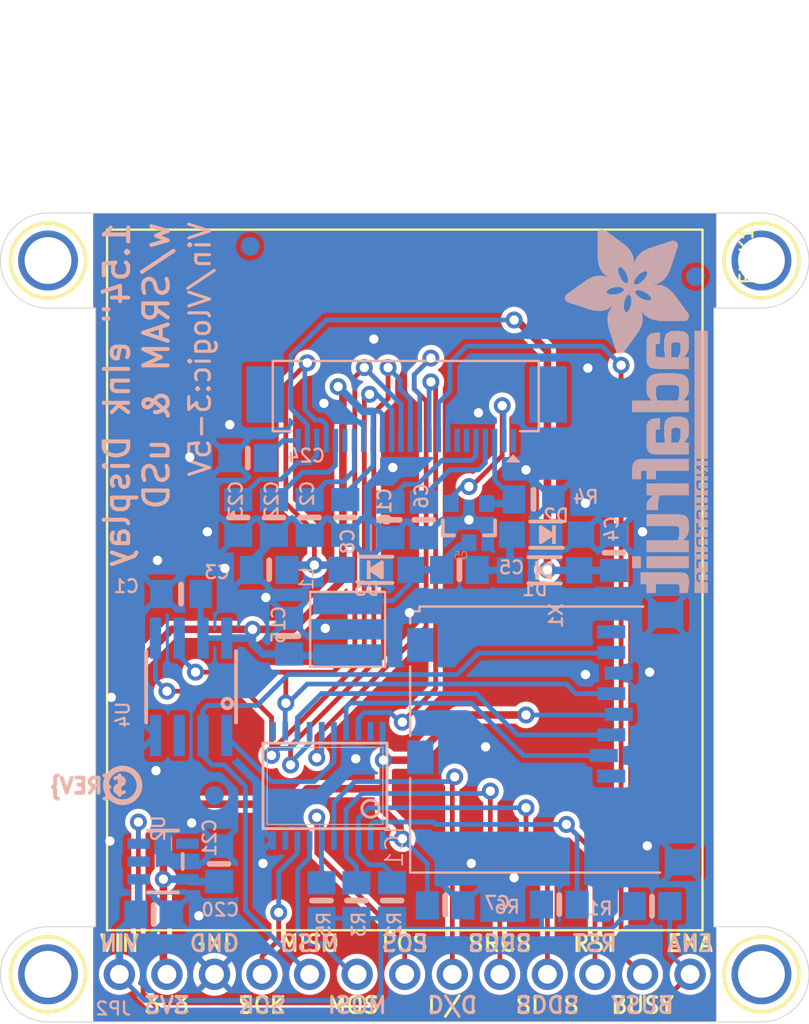
<source format=kicad_pcb>
(kicad_pcb (version 20221018) (generator pcbnew)
  (layers (0 "F.Cu" signal) (31 "B.Cu" signal) (34 "B.Paste" user) (35 "F.Paste" user) (36 "B.SilkS" user "B.Silkscreen") (37 "F.SilkS" user "F.Silkscreen") (38 "B.Mask" user) (39 "F.Mask" user) (44 "Edge.Cuts" user))
  (net 0 "")
  (net 1 "GND")
  (net 2 "3.3V")
  (net 3 "VGH")
  (net 4 "VGL")
  (net 5 "VIN")
  (net 6 "SCLK_3V")
  (net 7 "MOSI_3V")
  (net 8 "DISPCS_3V")
  (net 9 "SRAMCS_3V")
  (net 10 "RESET_3V")
  (net 11 "MISO")
  (net 12 "BUSY")
  (net 13 "RESET")
  (net 14 "SCLK")
  (net 15 "DISPCS")
  (net 16 "SRAMCS")
  (net 17 "SDCS_3V")
  (net 18 "SDCS")
  (net 19 "GDR")
  (net 20 "RESE")
  (net 21 "N$4")
  (net 22 "N$5")
  (net 23 "N$6")
  (net 24 "N$27")
  (net 25 "N$33")
  (net 26 "DC_3V")
  (net 27 "N$2")
  (net 28 "N$3")
  (net 29 "DC")
  (net 30 "MOSI")
  (net 31 "TSCL")
  (net 32 "TSDA")
  (net 33 "ENABLE")
  (net 34 "N$9")
  (footprint "working:MOUNTINGHOLE_2.5_PLATED" (layer "F.Cu") (at 167.5511 85.9536)
    (fp_text reference "U$6" hide)
    (fp_text value "MOUNTINGHOLE2.5" hide)
  )
  (footprint "working:EINK_154IN" (layer "F.Cu") (at 162.3041 92.0026 -90)
    (fp_text reference "EINK1")
    (fp_text value "EINK_EPD0231EINK_154IN_200X200")
  )
  (footprint "working:MOUNTINGHOLE_2.5_PLATED" (layer "F.Cu") (at 129.4511 124.0536)
    (fp_text reference "U$3" hide)
    (fp_text value "MOUNTINGHOLE2.5" hide)
  )
  (footprint "working:MOUNTINGHOLE_2.5_PLATED" (layer "F.Cu") (at 167.5511 124.0536)
    (fp_text reference "U$4" hide)
    (fp_text value "MOUNTINGHOLE2.5" hide)
  )
  (footprint "working:MOUNTINGHOLE_2.5_PLATED" (layer "F.Cu") (at 129.4511 85.9536)
    (fp_text reference "U$5" hide)
    (fp_text value "MOUNTINGHOLE2.5" hide)
  )
  (footprint "working:MICROSD" (layer "B.Cu") (at 148.8911 104.4732 -90)
    (fp_text reference "X1")
    (fp_text value "MICROSD")
  )
  (footprint "working:0805-NO" (layer "B.Cu") (at 147.8261 120.1166 -90)
    (fp_text reference "R2")
    (fp_text value "100K")
  )
  (footprint "working:0805-NO" (layer "B.Cu") (at 140.1191 96.4946)
    (fp_text reference "C24")
    (fp_text value "1uF/6V")
  )
  (footprint "working:0805-NO" (layer "B.Cu") (at 147.7391 99.7966 90)
    (fp_text reference "C16")
    (fp_text value "1uF/25V")
  )
  (footprint "working:0805-NO" (layer "B.Cu") (at 161.7091 120.4176 180)
    (fp_text reference "R1")
    (fp_text value "100K")
  )
  (footprint "working:0805-NO" (layer "B.Cu") (at 141.5161 99.6696 90)
    (fp_text reference "C22")
    (fp_text value "1uF/25V")
  )
  (footprint "working:SOD-123" (layer "B.Cu") (at 156.0703 100.584 180)
    (fp_text reference "D2")
    (fp_text value "MBR0530")
  )
  (footprint "working:SOIC8_150MIL" (layer "B.Cu") (at 137.0921 108.7066 180)
    (fp_text reference "U4")
    (fp_text value "23K640-I/SN")
  )
  (footprint "working:ADAFRUIT_TEXT_20MM" (layer "B.Cu") (at 164.6751 84.1286 -90)
    (fp_text reference "U$28" hide)
    (fp_text value "" hide)
  )
  (footprint "working:FIDUCIAL_1MM" (layer "B.Cu") (at 164.0271 86.8106 180)
    (fp_text reference "FID1" hide)
    (fp_text value "FIDUCIAL_1MM" hide)
  )
  (footprint "working:INDUCTOR_4X4MM_NR401" (layer "B.Cu") (at 145.4531 105.6386 -90)
    (fp_text reference "L1")
    (fp_text value "10uH")
  )
  (footprint "working:0805-NO" (layer "B.Cu") (at 149.5171 99.7966 90)
    (fp_text reference "C6")
    (fp_text value "1uF/10V")
  )
  (footprint "working:0805-NO" (layer "B.Cu") (at 143.4211 99.6696 90)
    (fp_text reference "C2")
    (fp_text value "1uF/10V")
  )
  (footprint "working:PCBFEAT-REV-040" (layer "B.Cu") (at 133.4371 113.9676 180)
    (fp_text reference "U$9" hide)
    (fp_text value "" hide)
  )
  (footprint "working:SOT23-5" (layer "B.Cu") (at 135.5931 118.0326 90)
    (fp_text reference "U2")
    (fp_text value "MIC5225-3.3")
  )
  (footprint "working:0805-NO" (layer "B.Cu") (at 141.2621 102.4636 180)
    (fp_text reference "C3")
    (fp_text value "1uF/25V")
  )
  (footprint "working:TSSOP20" (layer "B.Cu") (at 144.2447 113.9952 180)
    (fp_text reference "IC1")
    (fp_text value "74LVC245PW")
  )
  (footprint "working:0805-NO" (layer "B.Cu") (at 144.0561 120.1166 -90)
    (fp_text reference "R5")
    (fp_text value "100K")
  )
  (footprint "working:SOT23-3" (layer "B.Cu") (at 151.9301 99.9236)
    (fp_text reference "Q5")
    (fp_text value "IRLML0100")
  )
  (footprint "working:0805-NO" (layer "B.Cu") (at 142.3249 106.0078 -90)
    (fp_text reference "C15")
    (fp_text value "10uF/10V+")
  )
  (footprint "working:FIDUCIAL_1MM" (layer "B.Cu") (at 138.3321 114.5166 90)
    (fp_text reference "FID2" hide)
    (fp_text value "FIDUCIAL_1MM" hide)
  )
  (footprint "working:0805-NO" (layer "B.Cu") (at 150.6601 120.3706)
    (fp_text reference "C7")
    (fp_text value "1uF")
  )
  (footprint "working:0805-NO" (layer "B.Cu") (at 135.0911 120.8616)
    (fp_text reference "C20")
    (fp_text value "10µF")
  )
  (footprint "working:0805-NO" (layer "B.Cu") (at 159.6771 101.5492 90)
    (fp_text reference "C4")
    (fp_text value "1uF/25V")
  )
  (footprint "working:0805-NO" (layer "B.Cu") (at 151.4221 102.4636)
    (fp_text reference "C5")
    (fp_text value "4.7uF/25V")
  )
  (footprint "working:0805-NO" (layer "B.Cu") (at 145.3261 99.6696 -90)
    (fp_text reference "C8")
    (fp_text value "1uF")
  )
  (footprint "working:SOD-123" (layer "B.Cu") (at 146.9771 102.4636)
    (fp_text reference "D3")
    (fp_text value "MBR0530")
  )
  (footprint "working:0805-NO" (layer "B.Cu") (at 139.6111 99.6696 90)
    (fp_text reference "C23")
    (fp_text value "1uF/25V")
  )
  (footprint "working:0805-NO" (layer "B.Cu") (at 138.5851 118.1596 90)
    (fp_text reference "C21")
    (fp_text value "10µF")
  )
  (footprint "working:0805-NO" (layer "B.Cu") (at 145.9211 120.1166 -90)
    (fp_text reference "R3")
    (fp_text value "100K")
  )
  (footprint "working:0805-NO" (layer "B.Cu") (at 156.7561 120.3306 180)
    (fp_text reference "R6")
    (fp_text value "100K")
  )
  (footprint "working:FIDUCIAL_1MM" (layer "B.Cu") (at 140.2461 85.1916 180)
    (fp_text reference "FID3" hide)
    (fp_text value "FIDUCIAL_1MM" hide)
  )
  (footprint "working:0805_10MGAP" (layer "B.Cu") (at 155.3845 98.7044)
    (fp_text reference "R4")
    (fp_text value "0.47ohm")
  )
  (footprint "working:0805_10MGAP" (layer "B.Cu") (at 136.5539 103.7602 180)
    (fp_text reference "C1")
    (fp_text value "1uF")
  )
  (footprint "working:1X13_ROUND_70" (layer "B.Cu") (at 148.5011 124.0536)
    (fp_text reference "JP2")
    (fp_text value "")
  )
  (footprint "working:SOD-123" (layer "B.Cu") (at 155.9687 102.489)
    (fp_text reference "D1")
    (fp_text value "MBR0530")
  )
  (gr_line (start 131.9911 121.5136) (end 129.4511 121.5136) (stroke (width 0.05)) (layer "Edge.Cuts"))
  (gr_arc (start 126.911101 124.053601) (mid 127.655049 122.257549) (end 129.4511 121.5136) (stroke (width 0.05)) (layer "Edge.Cuts"))
  (gr_arc (start 170.0911 85.9536) (mid 169.347151 87.749651) (end 167.5511 88.4936) (stroke (width 0.05)) (layer "Edge.Cuts"))
  (gr_arc (start 170.0911 124.0536) (mid 169.347151 125.849651) (end 167.5511 126.5936) (stroke (width 0.05)) (layer "Edge.Cuts"))
  (gr_arc (start 126.9111 85.9536) (mid 127.655049 84.157548) (end 129.451101 83.413599) (stroke (width 0.05)) (layer "Edge.Cuts"))
  (gr_arc (start 129.4511 126.5936) (mid 127.655049 125.849651) (end 126.911101 124.053599) (stroke (width 0.05)) (layer "Edge.Cuts"))
  (gr_line (start 129.4511 83.4136) (end 167.5511 83.4136) (stroke (width 0.05)) (layer "Edge.Cuts"))
  (gr_line (start 167.5511 126.5936) (end 129.4511 126.5936) (stroke (width 0.05)) (layer "Edge.Cuts"))
  (gr_line (start 167.5511 121.5136) (end 165.0111 121.5136) (stroke (width 0.05)) (layer "Edge.Cuts"))
  (gr_arc (start 129.4511 88.4936) (mid 127.655049 87.749651) (end 126.911101 85.953599) (stroke (width 0.05)) (layer "Edge.Cuts"))
  (gr_line (start 167.5511 88.4936) (end 165.0111 88.4936) (stroke (width 0.05)) (layer "Edge.Cuts"))
  (gr_arc (start 167.5511 121.5136) (mid 169.347151 122.257549) (end 170.0911 124.0536) (stroke (width 0.05)) (layer "Edge.Cuts"))
  (gr_line (start 131.9911 88.4936) (end 131.9911 121.5136) (stroke (width 0.05)) (layer "Edge.Cuts"))
  (gr_arc (start 167.5511 83.4136) (mid 169.347151 84.157549) (end 170.0911 85.9536) (stroke (width 0.05)) (layer "Edge.Cuts"))
  (gr_line (start 165.0111 121.5136) (end 165.0111 88.4936) (stroke (width 0.05)) (layer "Edge.Cuts"))
  (gr_line (start 131.9911 88.4936) (end 129.4511 88.4936) (stroke (width 0.05)) (layer "Edge.Cuts"))
  (gr_text "VIN" (at 133.2611 122.4026) (layer "B.SilkS") (effects (font (size 0.8636 0.8636) (thickness 0.1524)) (justify mirror)))
  (gr_text "RST" (at 158.6611 122.4026) (layer "B.SilkS") (effects (font (size 0.8636 0.8636) (thickness 0.1524)) (justify mirror)))
  (gr_text "MOSI" (at 145.9611 125.7046) (layer "B.SilkS") (effects (font (size 0.8636 0.8636) (thickness 0.1524)) (justify mirror)))
  (gr_text "SDCS" (at 156.1211 125.7046) (layer "B.SilkS") (effects (font (size 0.8636 0.8636) (thickness 0.1524)) (justify mirror)))
  (gr_text "ECS" (at 148.5011 122.4026) (layer "B.SilkS") (effects (font (size 0.8636 0.8636) (thickness 0.1524)) (justify mirror)))
  (gr_text "MISO" (at 143.4211 122.4026) (layer "B.SilkS") (effects (font (size 0.8636 0.8636) (thickness 0.1524)) (justify mirror)))
  (gr_text "SCK" (at 140.8811 125.7046) (layer "B.SilkS") (effects (font (size 0.8636 0.8636) (thickness 0.1524)) (justify mirror)))
  (gr_text "BUSY" (at 161.2011 125.7046) (layer "B.SilkS") (effects (font (size 0.8636 0.8636) (thickness 0.1524)) (justify mirror)))
  (gr_text "1.54\" eInk Display\nw/SRAM & uSD" (at 132.3721 83.7946 -270) (layer "B.SilkS") (effects (font (size 1.31064 1.31064) (thickness 0.21336)) (justify left top mirror)))
  (gr_text "GND" (at 138.3411 122.4026) (layer "B.SilkS") (effects (font (size 0.8636 0.8636) (thickness 0.1524)) (justify mirror)))
  (gr_text "3V3" (at 135.8011 125.7046) (layer "B.SilkS") (effects (font (size 0.8636 0.8636) (thickness 0.1524)) (justify mirror)))
  (gr_text "ENA" (at 163.7411 122.4026) (layer "B.SilkS") (effects (font (size 0.8636 0.8636) (thickness 0.1524)) (justify mirror)))
  (gr_text "D/C" (at 151.0411 125.7046) (layer "B.SilkS") (effects (font (size 0.8636 0.8636) (thickness 0.1524)) (justify mirror)))
  (gr_text "SRCS" (at 153.5811 122.4026) (layer "B.SilkS") (effects (font (size 0.8636 0.8636) (thickness 0.1524)) (justify mirror)))
  (gr_text "Vin/Vlogic:3-5V" (at 138.2141 83.7946 -270) (layer "B.SilkS") (effects (font (size 1.1049 1.1049) (thickness 0.1651)) (justify left bottom mirror)))
  (gr_text "BUSY" (at 161.2011 125.7046) (layer "F.SilkS") (effects (font (size 0.8636 0.8636) (thickness 0.1524))))
  (gr_text "SRCS" (at 153.5811 122.4026) (layer "F.SilkS") (effects (font (size 0.8636 0.8636) (thickness 0.1524))))
  (gr_text "3V3" (at 135.8011 125.7046) (layer "F.SilkS") (effects (font (size 0.8636 0.8636) (thickness 0.1524))))
  (gr_text "VIN" (at 133.2611 122.4026) (layer "F.SilkS") (effects (font (size 0.8636 0.8636) (thickness 0.1524))))
  (gr_text "SDCS" (at 156.1211 125.7046) (layer "F.SilkS") (effects (font (size 0.8636 0.8636) (thickness 0.1524))))
  (gr_text "ECS" (at 148.5011 122.4026) (layer "F.SilkS") (effects (font (size 0.8636 0.8636) (thickness 0.1524))))
  (gr_text "RST" (at 158.6611 122.4026) (layer "F.SilkS") (effects (font (size 0.8636 0.8636) (thickness 0.1524))))
  (gr_text "MOSI" (at 145.9611 125.7046) (layer "F.SilkS") (effects (font (size 0.8636 0.8636) (thickness 0.1524))))
  (gr_text "ENA" (at 163.7411 122.4026) (layer "F.SilkS") (effects (font (size 0.8636 0.8636) (thickness 0.1524))))
  (gr_text "GND" (at 138.3411 122.4026) (layer "F.SilkS") (effects (font (size 0.8636 0.8636) (thickness 0.1524))))
  (gr_text "SCK" (at 140.8811 125.7046) (layer "F.SilkS") (effects (font (size 0.8636 0.8636) (thickness 0.1524))))
  (gr_text "D/C" (at 151.0411 125.7046) (layer "F.SilkS") (effects (font (size 0.8636 0.8636) (thickness 0.1524))))
  (gr_text "MISO" (at 143.4211 122.4026) (layer "F.SilkS") (effects (font (size 0.8636 0.8636) (thickness 0.1524))))
  (via (at 137.9601 100.4316) (size 0.9064) (drill 0.5) (layers "F.Cu" "B.Cu") (net 1))
  (via (at 152.4381 94.0816) (size 0.9064) (drill 0.5) (layers "F.Cu" "B.Cu") (net 1))
  (via (at 138.8999 102.3874) (size 0.9064) (drill 0.5) (layers "F.Cu" "B.Cu") (net 1))
  (via (at 141.0843 103.9368) (size 0.9064) (drill 0.5) (layers "F.Cu" "B.Cu") (net 1))
  (via (at 154.9781 97.1296) (size 0.9064) (drill 0.5) (layers "F.Cu" "B.Cu") (net 1))
  (via (at 158.1531 108.0516) (size 0.9064) (drill 0.5) (layers "F.Cu" "B.Cu") (net 1))
  (via (at 161.5821 107.9246) (size 0.9064) (drill 0.5) (layers "F.Cu" "B.Cu") (net 1))
  (via (at 146.8501 90.1446) (size 0.9064) (drill 0.5) (layers "F.Cu" "B.Cu") (net 1))
  (via (at 135.2169 113.1824) (size 0.9064) (drill 0.5) (layers "F.Cu" "B.Cu") (net 1))
  (via (at 154.3431 118.8974) (size 0.9064) (drill 0.5) (layers "F.Cu" "B.Cu") (net 1))
  (via (at 132.8293 109.2708) (size 0.9064) (drill 0.5) (layers "F.Cu" "B.Cu") (net 1))
  (via (at 145.8849 112.5474) (size 0.9064) (drill 0.5) (layers "F.Cu" "B.Cu") (net 1))
  (via (at 148.7551 104.7496) (size 0.9064) (drill 0.5) (layers "F.Cu" "B.Cu") (net 1))
  (via (at 151.9301 99.7966) (size 0.9064) (drill 0.5) (layers "F.Cu" "B.Cu") (net 1))
  (via (at 137.1219 115.9764) (size 0.9064) (drill 0.5) (layers "F.Cu" "B.Cu") (net 1))
  (via (at 144.2593 105.5878) (size 0.9064) (drill 0.5) (layers "F.Cu" "B.Cu") (net 1))
  (via (at 137.0203 96.4438) (size 0.9064) (drill 0.5) (layers "F.Cu" "B.Cu") (net 1))
  (via (at 144.1831 93.5736) (size 0.9064) (drill 0.5) (layers "F.Cu" "B.Cu") (net 1))
  (via (at 152.8191 111.9124) (size 0.9064) (drill 0.5) (layers "F.Cu" "B.Cu") (net 1))
  (via (at 147.8661 97.0026) (size 0.9064) (drill 0.5) (layers "F.Cu" "B.Cu") (net 1))
  (via (at 161.2011 100.4316) (size 0.9064) (drill 0.5) (layers "F.Cu" "B.Cu") (net 1))
  (via (at 152.0571 118.1354) (size 0.9064) (drill 0.5) (layers "F.Cu" "B.Cu") (net 1))
  (via (at 140.9319 118.1354) (size 0.9064) (drill 0.5) (layers "F.Cu" "B.Cu") (net 1))
  (via (at 137.5029 120.9294) (size 0.9064) (drill 0.5) (layers "F.Cu" "B.Cu") (net 1))
  (via (at 158.2801 91.694) (size 0.9064) (drill 0.5) (layers "F.Cu" "B.Cu") (net 1))
  (via (at 139.1539 94.7166) (size 0.9064) (drill 0.5) (layers "F.Cu" "B.Cu") (net 1))
  (via (at 132.7531 116.9416) (size 0.9064) (drill 0.5) (layers "F.Cu" "B.Cu") (net 1))
  (via (at 161.4551 117.1956) (size 0.9064) (drill 0.5) (layers "F.Cu" "B.Cu") (net 1))
  (via (at 135.2931 101.9556) (size 0.9064) (drill 0.5) (layers "F.Cu" "B.Cu") (net 1))
  (via (at 158.1531 98.9076) (size 0.9064) (drill 0.5) (layers "F.Cu" "B.Cu") (net 1))
  (segment (start 140.3121 102.4636) (end 140.3121 102.0166) (width 0.4064) (layer "B.Cu") (net 1))
  (segment (start 150.8041 94.5726) (end 151.1681 94.2086) (width 0.254) (layer "B.Cu") (net 1))
  (segment (start 146.3041 94.8056) (end 146.0881 94.5896) (width 0.254) (layer "B.Cu") (net 1))
  (segment (start 144.3101 93.5736) (end 144.1831 93.5736) (width 0.254) (layer "B.Cu") (net 1))
  (segment (start 150.8041 95.5626) (end 150.8041 94.5726) (width 0.254) (layer "B.Cu") (net 1))
  (segment (start 140.3121 102.0166) (end 141.1351 101.1936) (width 0.4064) (layer "B.Cu") (net 1))
  (segment (start 146.0881 94.5896) (end 145.3261 94.5896) (width 0.254) (layer "B.Cu") (net 1))
  (segment (start 145.3261 94.5896) (end 144.3101 93.5736) (width 0.254) (layer "B.Cu") (net 1))
  (segment (start 146.3041 95.5626) (end 146.3041 94.8056) (width 0.254) (layer "B.Cu") (net 1))
  (segment (start 141.1351 101.1936) (end 141.1351 100.8126) (width 0.4064) (layer "B.Cu") (net 1))
  (segment (start 151.2951 110.2106) (end 154.9781 110.2106) (width 0.4064) (layer "F.Cu") (net 2))
  (segment (start 142.5321 105.6386) (end 145.1991 102.9716) (width 0.4064) (layer "F.Cu") (net 2))
  (segment (start 147.3581 115.2906) (end 147.3581 114.1476) (width 0.4064) (layer "F.Cu") (net 2))
  (segment (start 145.1991 102.9716) (end 145.1991 92.9386) (width 0.4064) (layer "F.Cu") (net 2))
  (segment (start 147.3581 114.1476) (end 147.3581 112.6236) (width 0.4064) (layer "F.Cu") (net 2))
  (segment (start 135.6106 114.9731) (end 142.4686 114.9731) (width 0.4064) (layer "F.Cu") (net 2))
  (segment (start 136.0551 105.6386) (end 140.3731 105.6386) (width 0.4064) (layer "F.Cu") (net 2))
  (segment (start 142.4686 114.9731) (end 143.2941 114.1476) (width 0.4064) (layer "F.Cu") (net 2))
  (segment (start 135.6106 114.9731) (end 134.0231 113.3856) (width 0.4064) (layer "F.Cu") (net 2))
  (segment (start 148.2471 116.1796) (end 147.3581 115.2906) (width 0.4064) (layer "F.Cu") (net 2))
  (segment (start 143.2941 114.1476) (end 147.3581 114.1476) (width 0.4064) (layer "F.Cu") (net 2))
  (segment (start 140.3731 105.6386) (end 142.5321 105.6386) (width 0.4064) (layer "F.Cu") (net 2))
  (segment (start 135.6106 118.9736) (end 135.6106 114.9731) (width 0.4064) (layer "F.Cu") (net 2))
  (segment (start 148.8821 112.6236) (end 147.3581 112.6236) (width 0.4064) (layer "F.Cu") (net 2))
  (segment (start 148.2471 116.6876) (end 148.2471 116.1796) (width 0.4064) (layer "F.Cu") (net 2))
  (segment (start 134.0231 113.3856) (end 134.0231 107.6706) (width 0.4064) (layer "F.Cu") (net 2))
  (segment (start 145.1991 92.9386) (end 144.9451 92.6846) (width 0.4064) (layer "F.Cu") (net 2))
  (segment (start 148.3741 116.8146) (end 148.2471 116.6876) (width 0.4064) (layer "F.Cu") (net 2))
  (segment (start 151.2951 110.2106) (end 148.8821 112.6236) (width 0.4064) (layer "F.Cu") (net 2))
  (segment (start 135.6106 123.8631) (end 135.6106 118.9736) (width 0.4064) (layer "F.Cu") (net 2))
  (segment (start 134.0231 107.6706) (end 136.0551 105.6386) (width 0.4064) (layer "F.Cu") (net 2))
  (segment (start 135.8011 124.0536) (end 135.6106 123.8631) (width 0.4064) (layer "F.Cu") (net 2))
  (via (at 148.3741 116.8146) (size 0.9064) (drill 0.5) (layers "F.Cu" "B.Cu") (net 2))
  (via (at 147.3581 112.6236) (size 0.9064) (drill 0.5) (layers "F.Cu" "B.Cu") (net 2))
  (via (at 140.3731 105.6386) (size 0.9064) (drill 0.5) (layers "F.Cu" "B.Cu") (net 2))
  (via (at 135.6106 118.9736) (size 0.9064) (drill 0.5) (layers "F.Cu" "B.Cu") (net 2))
  (via (at 154.9781 110.2106) (size 0.9064) (drill 0.5) (layers "F.Cu" "B.Cu") (net 2))
  (via (at 144.9451 92.6846) (size 0.9064) (drill 0.5) (layers "F.Cu" "B.Cu") (net 2))
  (segment (start 144.9451 92.6496) (end 144.9451 92.6846) (width 0.4064) (layer "B.Cu") (net 2))
  (segment (start 149.7101 118.1506) (end 148.3741 116.8146) (width 0.254) (layer "B.Cu") (net 2))
  (segment (start 142.4057 107.0386) (end 142.3249 106.9578) (width 0.4064) (layer "B.Cu") (net 2))
  (segment (start 147.4181 116.8146) (end 148.3741 116.8146) (width 0.254) (layer "B.Cu") (net 2))
  (segment (start 146.8041 95.5626) (end 146.8041 96.9216) (width 0.254) (layer "B.Cu") (net 2))
  (segment (start 136.8932 118.9826) (end 136.8842 118.9736) (width 0.4064) (layer "B.Cu") (net 2))
  (segment (start 147.1501 94.0006) (end 146.8041 94.0006) (width 0.254) (layer "B.Cu") (net 2))
  (segment (start 138.9971 106.1066) (end 140.3331 106.1066) (width 0.4064) (layer "B.Cu") (net 2))
  (segment (start 146.8041 96.9216) (end 145.3261 98.3996) (width 0.254) (layer "B.Cu") (net 2))
  (segment (start 146.2611 94.0006) (end 144.9451 92.6846) (width 0.4064) (layer "B.Cu") (net 2))
  (segment (start 145.3261 98.3996) (end 145.3261 98.7196) (width 0.254) (layer "B.Cu") (net 2))
  (segment (start 146.8041 95.5626) (end 146.8041 94.0006) (width 0.254) (layer "B.Cu") (net 2))
  (segment (start 146.8041 94.0006) (end 146.2611 94.0006) (width 0.4064) (layer "B.Cu") (net 2))
  (segment (start 140.3331 106.1066) (end 140.3731 106.1466) (width 0.4064) (layer "B.Cu") (net 2))
  (segment (start 137.0202 119.1096) (end 136.8932 118.9826) (width 0.4064) (layer "B.Cu") (net 2))
  (segment (start 159.9311 110.2106) (end 154.9781 110.2106) (width 0.254) (layer "B.Cu") (net 2))
  (segment (start 147.3197 112.6236) (end 147.3581 112.6236) (width 0.3048) (layer "B.Cu") (net 2))
  (segment (start 145.4531 107.0386) (end 142.4057 107.0386) (width 0.4064) (layer "B.Cu") (net 2))
  (segment (start 142.3249 106.9578) (end 140.9303 106.9578) (width 0.4064) (layer "B.Cu") (net 2))
  (segment (start 136.8842 118.9736) (end 135.6106 118.9736) (width 0.4064) (layer "B.Cu") (net 2))
  (segment (start 137.7271 106.1066) (end 137.6039 105.9834) (width 0.3048) (layer "B.Cu") (net 2))
  (segment (start 138.9971 106.1066) (end 137.7271 106.1066) (width 0.3048) (layer "B.Cu") (net 2))
  (segment (start 159.9311 110.1732) (end 159.9311 110.2106) (width 0.254) (layer "B.Cu") (net 2))
  (segment (start 149.7101 120.3706) (end 149.7101 118.1506) (width 0.254) (layer "B.Cu") (net 2))
  (segment (start 147.3041 94.1546) (end 147.3041 95.5626) (width 0.254) (layer "B.Cu") (net 2))
  (segment (start 140.3731 106.1466) (end 140.3731 105.6386) (width 0.4064) (layer "B.Cu") (net 2))
  (segment (start 147.3197 116.913) (end 147.4181 116.8146) (width 0.254) (layer "B.Cu") (net 2))
  (segment (start 138.5851 119.1096) (end 137.0202 119.1096) (width 0.4064) (layer "B.Cu") (net 2))
  (segment (start 140.3731 106.4006) (end 140.3731 106.1466) (width 0.4064) (layer "B.Cu") (net 2))
  (segment (start 137.6039 105.9834) (end 137.6039 103.7602) (width 0.3048) (layer "B.Cu") (net 2))
  (segment (start 147.3041 94.1546) (end 147.1501 94.0006) (width 0.254) (layer "B.Cu") (net 2))
  (segment (start 147.3197 111.0774) (end 147.3197 112.6236) (width 0.3048) (layer "B.Cu") (net 2))
  (segment (start 140.9303 106.9578) (end 140.3731 106.4006) (width 0.4064) (layer "B.Cu") (net 2))
  (segment (start 143.6751 102.2096) (end 143.6751 100.4316) (width 0.254) (layer "F.Cu") (net 3))
  (segment (start 143.6751 100.4316) (end 142.1511 98.9076) (width 0.254) (layer "F.Cu") (net 3))
  (segment (start 142.1511 98.9076) (end 142.1511 92.5576) (width 0.254) (layer "F.Cu") (net 3))
  (segment (start 142.1511 92.5576) (end 143.2941 91.4146) (width 0.254) (layer "F.Cu") (net 3))
  (via (at 143.6751 102.2096) (size 0.9064) (drill 0.5) (layers "F.Cu" "B.Cu") (net 3))
  (via (at 143.2941 91.4146) (size 0.9064) (drill 0.5) (layers "F.Cu" "B.Cu") (net 3))
  (segment (start 145.1271 102.4636) (end 144.8181 102.4636) (width 0.4064) (layer "B.Cu") (net 3))
  (segment (start 143.2941 91.6686) (end 143.2941 91.4146) (width 0.254) (layer "B.Cu") (net 3))
  (segment (start 142.2121 102.3366) (end 142.4051 102.3366) (width 0.4064) (layer "B.Cu") (net 3))
  (segment (start 142.4051 102.3366) (end 142.5321 102.2096) (width 0.4064) (layer "B.Cu") (net 3))
  (segment (start 144.3041 95.5626) (end 144.3041 94.7106) (width 0.254) (layer "B.Cu") (net 3))
  (segment (start 143.1671 93.9038) (end 143.1671 91.7956) (width 0.254) (layer "B.Cu") (net 3))
  (segment (start 143.1671 91.7956) (end 143.2941 91.6686) (width 0.254) (layer "B.Cu") (net 3))
  (segment (start 144.3041 94.7106) (end 144.0561 94.4626) (width 0.254) (layer "B.Cu") (net 3))
  (segment (start 144.0561 94.4626) (end 143.7259 94.4626) (width 0.254) (layer "B.Cu") (net 3))
  (segment (start 144.8181 102.4636) (end 144.5641 102.2096) (width 0.4064) (layer "B.Cu") (net 3))
  (segment (start 144.5641 102.2096) (end 143.6751 102.2096) (width 0.4064) (layer "B.Cu") (net 3))
  (segment (start 142.5321 102.2096) (end 143.6751 102.2096) (width 0.4064) (layer "B.Cu") (net 3))
  (segment (start 142.2121 102.4636) (end 142.2121 102.3366) (width 0.4064) (layer "B.Cu") (net 3))
  (segment (start 143.7259 94.4626) (end 143.1671 93.9038) (width 0.254) (layer "B.Cu") (net 3))
  (segment (start 154.3431 89.1286) (end 154.4701 89.1286) (width 0.254) (layer "F.Cu") (net 4))
  (segment (start 156.1211 102.4636) (end 156.1211 90.7796) (width 0.4064) (layer "F.Cu") (net 4))
  (segment (start 156.1211 90.7796) (end 154.4701 89.1286) (width 0.4064) (layer "F.Cu") (net 4))
  (via (at 156.1211 102.4636) (size 0.9064) (drill 0.5) (layers "F.Cu" "B.Cu") (net 4))
  (via (at 154.3431 89.1286) (size 0.9064) (drill 0.5) (layers "F.Cu" "B.Cu") (net 4))
  (segment (start 156.1465 102.489) (end 156.1211 102.4636) (width 0.4064) (layer "B.Cu") (net 4))
  (segment (start 159.6771 102.4992) (end 157.8289 102.4992) (width 0.4064) (layer "B.Cu") (net 4))
  (segment (start 157.8289 102.4992) (end 157.8187 102.489) (width 0.4064) (layer "B.Cu") (net 4))
  (segment (start 142.4151 91.0236) (end 144.3101 89.1286) (width 0.254) (layer "B.Cu") (net 4))
  (segment (start 143.3041 95.5626) (end 143.3041 94.7266) (width 0.254) (layer "B.Cu") (net 4))
  (segment (start 143.3041 94.7266) (end 142.4151 93.8376) (width 0.254) (layer "B.Cu") (net 4))
  (segment (start 157.8187 102.489) (end 156.1465 102.489) (width 0.4064) (layer "B.Cu") (net 4))
  (segment (start 142.4151 93.8376) (end 142.4151 91.0236) (width 0.254) (layer "B.Cu") (net 4))
  (segment (start 144.3101 89.1286) (end 154.3431 89.1286) (width 0.254) (layer "B.Cu") (net 4))
  (segment (start 133.2611 124.1171) (end 133.2611 124.0536) (width 0.254) (layer "B.Cu") (net 5))
  (segment (start 155.8061 121.6406) (end 147.8261 121.6406) (width 0.254) (layer "B.Cu") (net 5))
  (segment (start 147.2311 121.1936) (end 147.1041 121.0666) (width 0.254) (layer "B.Cu") (net 5))
  (segment (start 159.5361 121.6406) (end 155.8061 121.6406) (width 0.254) (layer "B.Cu") (net 5))
  (segment (start 155.8061 120.3306) (end 155.8061 121.6406) (width 0.254) (layer "B.Cu") (net 5))
  (segment (start 134.5946 125.4506) (end 133.2611 124.1171) (width 0.254) (layer "B.Cu") (net 5))
  (segment (start 133.2611 121.7416) (end 134.1411 120.8616) (width 0.4064) (layer "B.Cu") (net 5))
  (segment (start 134.293 120.7097) (end 134.1411 120.8616) (width 0.4064) (layer "B.Cu") (net 5))
  (segment (start 133.2611 124.0536) (end 133.2611 121.7416) (width 0.4064) (layer "B.Cu") (net 5))
  (segment (start 159.5361 121.6406) (end 160.7591 120.4176) (width 0.254) (layer "B.Cu") (net 5))
  (segment (start 147.2311 125.0696) (end 147.2311 121.1936) (width 0.254) (layer "B.Cu") (net 5))
  (segment (start 146.8501 125.4506) (end 147.2311 125.0696) (width 0.254) (layer "B.Cu") (net 5))
  (segment (start 146.8501 125.4506) (end 134.5946 125.4506) (width 0.254) (layer "B.Cu") (net 5))
  (segment (start 145.9211 121.0666) (end 144.0561 121.0666) (width 0.254) (layer "B.Cu") (net 5))
  (segment (start 147.8261 121.6406) (end 147.8261 121.0666) (width 0.254) (layer "B.Cu") (net 5))
  (segment (start 147.8261 121.0666) (end 147.1041 121.0666) (width 0.254) (layer "B.Cu") (net 5))
  (segment (start 134.293 118.9826) (end 134.293 120.7097) (width 0.4064) (layer "B.Cu") (net 5))
  (segment (start 147.1041 121.0666) (end 145.9211 121.0666) (width 0.254) (layer "B.Cu") (net 5))
  (segment (start 144.6911 107.9246) (end 145.8341 106.7816) (width 0.254) (layer "F.Cu") (net 6))
  (segment (start 142.1511 109.5756) (end 142.1511 107.9246) (width 0.254) (layer "F.Cu") (net 6))
  (segment (start 145.8341 106.7816) (end 145.8341 92.1766) (width 0.254) (layer "F.Cu") (net 6))
  (segment (start 144.6911 107.9246) (end 142.1511 107.9246) (width 0.254) (layer "F.Cu") (net 6))
  (segment (start 145.8341 92.1766) (end 146.3421 91.6686) (width 0.254) (layer "F.Cu") (net 6))
  (segment (start 142.1511 107.9246) (end 137.3251 107.9246) (width 0.254) (layer "F.Cu") (net 6))
  (via (at 142.1511 109.5756) (size 0.9064) (drill 0.5) (layers "F.Cu" "B.Cu") (net 6))
  (via (at 146.3421 91.6686) (size 0.9064) (drill 0.5) (layers "F.Cu" "B.Cu") (net 6))
  (via (at 137.3251 107.9246) (size 0.9064) (drill 0.5) (layers "F.Cu" "B.Cu") (net 6))
  (segment (start 136.4571 107.0566) (end 136.4571 106.1066) (width 0.254) (layer "B.Cu") (net 6))
  (segment (start 137.3251 107.9246) (end 136.4571 107.0566) (width 0.254) (layer "B.Cu") (net 6))
  (segment (start 142.1197 109.734) (end 143.2941 108.5596) (width 0.254) (layer "B.Cu") (net 6))
  (segment (start 142.1197 111.0774) (end 142.1197 109.734) (width 0.254) (layer "B.Cu") (net 6))
  (segment (start 143.2941 108.5596) (end 157.1371 108.5596) (width 0.254) (layer "B.Cu") (net 6))
  (segment (start 146.3421 91.6686) (end 148.3041 93.6306) (width 0.254) (layer "B.Cu") (net 6))
  (segment (start 157.1371 108.5596) (end 157.6507 109.0732) (width 0.254) (layer "B.Cu") (net 6))
  (segment (start 142.1197 109.734) (end 142.1197 109.607) (width 0.254) (layer "B.Cu") (net 6))
  (segment (start 148.3041 93.6306) (end 148.3041 95.5626) (width 0.254) (layer "B.Cu") (net 6))
  (segment (start 142.1197 109.607) (end 142.1511 109.5756) (width 0.254) (layer "B.Cu") (net 6))
  (segment (start 157.6507 109.0732) (end 159.5311 109.0732) (width 0.254) (layer "B.Cu") (net 6))
  (segment (start 141.3891 112.1156) (end 141.3891 112.3696) (width 0.254) (layer "F.Cu") (net 7))
  (segment (start 139.9921 108.9406) (end 141.3891 110.3376) (width 0.254) (layer "F.Cu") (net 7))
  (segment (start 146.3421 107.1626) (end 146.3421 93.3704) (width 0.254) (layer "F.Cu") (net 7))
  (segment (start 146.3421 107.1626) (end 141.3891 112.1156) (width 0.254) (layer "F.Cu") (net 7))
  (segment (start 135.8011 108.9406) (end 139.9921 108.9406) (width 0.254) (layer "F.Cu") (net 7))
  (segment (start 141.3891 110.3376) (end 141.3891 112.1156) (width 0.254) (layer "F.Cu") (net 7))
  (segment (start 146.3421 93.3704) (end 146.6215 93.091) (width 0.254) (layer "F.Cu") (net 7))
  (via (at 135.8011 108.9406) (size 0.9064) (drill 0.5) (layers "F.Cu" "B.Cu") (net 7))
  (via (at 146.6215 93.091) (size 0.9064) (drill 0.5) (layers "F.Cu" "B.Cu") (net 7))
  (via (at 141.3891 112.3696) (size 0.9064) (drill 0.5) (layers "F.Cu" "B.Cu") (net 7))
  (segment (start 147.8041 93.8926) (end 147.8041 95.5626) (width 0.254) (layer "B.Cu") (net 7))
  (segment (start 135.1871 106.1066) (end 135.1871 108.3266) (width 0.254) (layer "B.Cu") (net 7))
  (segment (start 142.4051 111.9886) (end 141.7701 111.9886) (width 0.254) (layer "B.Cu") (net 7))
  (segment (start 154.5167 111.2732) (end 152.3111 109.0676) (width 0.254) (layer "B.Cu") (net 7))
  (segment (start 135.1871 108.3266) (end 135.8011 108.9406) (width 0.254) (layer "B.Cu") (net 7))
  (segment (start 142.7697 111.0774) (end 142.7697 111.624) (width 0.254) (layer "B.Cu") (net 7))
  (segment (start 144.0561 109.0676) (end 142.7697 110.354) (width 0.254) (layer "B.Cu") (net 7))
  (segment (start 147.0025 93.091) (end 146.6215 93.091) (width 0.254) (layer "B.Cu") (net 7))
  (segment (start 147.8041 93.8926) (end 147.0025 93.091) (width 0.254) (layer "B.Cu") (net 7))
  (segment (start 141.7701 111.9886) (end 141.3891 112.3696) (width 0.254) (layer "B.Cu") (net 7))
  (segment (start 142.7697 111.624) (end 142.4051 111.9886) (width 0.254) (layer "B.Cu") (net 7))
  (segment (start 159.5311 111.2732) (end 154.5167 111.2732) (width 0.254) (layer "B.Cu") (net 7))
  (segment (start 152.3111 109.0676) (end 144.0561 109.0676) (width 0.254) (layer "B.Cu") (net 7))
  (segment (start 142.7697 111.0774) (end 142.7697 110.354) (width 0.254) (layer "B.Cu") (net 7))
  (segment (start 142.4051 111.8616) (end 142.4051 112.8776) (width 0.254) (layer "F.Cu") (net 8))
  (segment (start 147.6121 91.6686) (end 147.6121 93.3196) (width 0.254) (layer "F.Cu") (net 8))
  (segment (start 146.8501 94.0816) (end 146.8501 107.4166) (width 0.254) (layer "F.Cu") (net 8))
  (segment (start 146.8501 107.4166) (end 142.4051 111.8616) (width 0.254) (layer "F.Cu") (net 8))
  (segment (start 147.6121 93.3196) (end 146.8501 94.0816) (width 0.254) (layer "F.Cu") (net 8))
  (via (at 147.6121 91.6686) (size 0.9064) (drill 0.5) (layers "F.Cu" "B.Cu") (net 8))
  (via (at 142.4051 112.8776) (size 0.9064) (drill 0.5) (layers "F.Cu" "B.Cu") (net 8))
  (segment (start 148.8041 95.5626) (end 148.8041 93.3686) (width 0.254) (layer "B.Cu") (net 8))
  (segment (start 142.4051 112.7506) (end 143.4197 111.736) (width 0.254) (layer "B.Cu") (net 8))
  (segment (start 142.4051 112.8776) (end 142.4051 112.7506) (width 0.254) (layer "B.Cu") (net 8))
  (segment (start 148.8041 93.3686) (end 148.2471 92.8116) (width 0.254) (layer "B.Cu") (net 8))
  (segment (start 143.4197 111.736) (end 143.4197 111.0774) (width 0.254) (layer "B.Cu") (net 8))
  (segment (start 148.2471 92.3036) (end 147.6121 91.6686) (width 0.254) (layer "B.Cu") (net 8))
  (segment (start 147.9151 91.9716) (end 147.6121 91.6686) (width 0.254) (layer "B.Cu") (net 8))
  (segment (start 148.2471 92.8116) (end 148.2471 92.3036) (width 0.254) (layer "B.Cu") (net 8))
  (segment (start 144.7197 112.722) (end 143.6751 113.7666) (width 0.254) (layer "B.Cu") (net 9))
  (segment (start 138.9291 111.3066) (end 138.9971 111.3066) (width 0.254) (layer "B.Cu") (net 9))
  (segment (start 144.7197 111.0774) (end 144.7197 112.722) (width 0.254) (layer "B.Cu") (net 9))
  (segment (start 143.6751 113.7666) (end 141.3891 113.7666) (width 0.254) (layer "B.Cu") (net 9))
  (segment (start 141.3891 113.7666) (end 138.9291 111.3066) (width 0.254) (layer "B.Cu") (net 9))
  (segment (start 138.9761 111.3276) (end 138.9971 111.3066) (width 0.254) (layer "B.Cu") (net 9))
  (segment (start 148.3741 110.5916) (end 150.1521 108.8136) (width 0.254) (layer "F.Cu") (net 10))
  (segment (start 150.1521 108.8136) (end 150.1521 92.6846) (width 0.254) (layer "F.Cu") (net 10))
  (segment (start 150.1521 92.6846) (end 149.8981 92.4306) (width 0.254) (layer "F.Cu") (net 10))
  (via (at 148.3741 110.5916) (size 0.9064) (drill 0.5) (layers "F.Cu" "B.Cu") (net 10))
  (via (at 149.8981 92.4306) (size 0.9064) (drill 0.5) (layers "F.Cu" "B.Cu") (net 10))
  (segment (start 149.8041 95.5626) (end 149.8041 92.5246) (width 0.254) (layer "B.Cu") (net 10))
  (segment (start 146.0197 111.0774) (end 146.0197 110.406) (width 0.254) (layer "B.Cu") (net 10))
  (segment (start 146.0197 110.406) (end 146.3421 110.0836) (width 0.254) (layer "B.Cu") (net 10))
  (segment (start 147.7391 110.0836) (end 148.2471 110.5916) (width 0.254) (layer "B.Cu") (net 10))
  (segment (start 149.8981 92.4306) (end 149.8041 92.5246) (width 0.254) (layer "B.Cu") (net 10))
  (segment (start 148.2471 110.5916) (end 148.3741 110.5916) (width 0.254) (layer "B.Cu") (net 10))
  (segment (start 146.3421 110.0836) (end 147.7391 110.0836) (width 0.254) (layer "B.Cu") (net 10))
  (segment (start 137.7271 110.0073) (end 137.7271 111.3066) (width 0.254) (layer "B.Cu") (net 11))
  (segment (start 159.5311 106.8732) (end 158.8235 106.8732) (width 0.254) (layer "B.Cu") (net 11))
  (segment (start 152.4381 106.9086) (end 158.7881 106.9086) (width 0.254) (layer "B.Cu") (net 11))
  (segment (start 151.2951 108.0516) (end 152.4381 106.9086) (width 0.254) (layer "B.Cu") (net 11))
  (segment (start 137.7271 112.3189) (end 137.7271 111.3066) (width 0.254) (layer "B.Cu") (net 11))
  (segment (start 138.8491 112.8776) (end 138.2141 112.8776) (width 0.254) (layer "B.Cu") (net 11))
  (segment (start 137.7061 109.956599) (end 137.7271 110.0073) (width 0.254) (layer "B.Cu") (net 11))
  (segment (start 139.9921 114.0206) (end 139.9921 120.6246) (width 0.254) (layer "B.Cu") (net 11))
  (segment (start 142.2781 108.0516) (end 140.6271 109.7026) (width 0.254) (layer "B.Cu") (net 11))
  (segment (start 139.9921 114.0206) (end 138.8491 112.8776) (width 0.254) (layer "B.Cu") (net 11))
  (segment (start 137.7061 112.3696) (end 137.7061 112.3696) (width 0.254) (layer "B.Cu") (net 11))
  (segment (start 158.7881 106.9086) (end 158.8235 106.8732) (width 0.254) (layer "B.Cu") (net 11))
  (segment (start 140.6271 109.7026) (end 137.9601 109.7026) (width 0.254) (layer "B.Cu") (net 11))
  (segment (start 138.2141 112.8776) (end 137.7061 112.3696) (width 0.254) (layer "B.Cu") (net 11))
  (segment (start 142.2781 108.0516) (end 151.2951 108.0516) (width 0.254) (layer "B.Cu") (net 11))
  (segment (start 137.7061 112.3696) (end 137.7271 112.3189) (width 0.254) (layer "B.Cu") (net 11))
  (segment (start 137.7061 109.9566) (end 137.7061 109.956599) (width 0.254) (layer "B.Cu") (net 11))
  (segment (start 139.9921 120.6246) (end 143.4211 124.0536) (width 0.254) (layer "B.Cu") (net 11))
  (segment (start 137.9601 109.7026) (end 137.7061 109.9566) (width 0.254) (layer "B.Cu") (net 11))
  (segment (start 160.0581 91.5416) (end 160.0581 122.9741) (width 0.254) (layer "F.Cu") (net 12))
  (segment (start 160.0581 122.9741) (end 161.1376 124.0536) (width 0.254) (layer "F.Cu") (net 12))
  (segment (start 161.1376 124.0536) (end 161.2011 124.0536) (width 0.254) (layer "F.Cu") (net 12))
  (via (at 160.0581 91.5416) (size 0.9064) (drill 0.5) (layers "F.Cu" "B.Cu") (net 12))
  (segment (start 150.3041 93.5486) (end 150.9141 92.9386) (width 0.254) (layer "B.Cu") (net 12))
  (segment (start 150.3041 95.5626) (end 150.3041 93.5486) (width 0.254) (layer "B.Cu") (net 12))
  (segment (start 151.8031 90.5256) (end 159.0421 90.5256) (width 0.254) (layer "B.Cu") (net 12))
  (segment (start 150.9141 92.9386) (end 150.9141 91.4146) (width 0.254) (layer "B.Cu") (net 12))
  (segment (start 159.0421 90.5256) (end 160.0581 91.5416) (width 0.254) (layer "B.Cu") (net 12))
  (segment (start 150.9141 91.4146) (end 151.8031 90.5256) (width 0.254) (layer "B.Cu") (net 12))
  (segment (start 157.1371 116.0526) (end 158.6611 117.5766) (width 0.254) (layer "F.Cu") (net 13))
  (segment (start 158.6611 117.5766) (end 158.6611 124.0536) (width 0.254) (layer "F.Cu") (net 13))
  (via (at 157.1371 116.0526) (size 0.9064) (drill 0.5) (layers "F.Cu" "B.Cu") (net 13))
  (segment (start 150.1521 116.0526) (end 157.1371 116.0526) (width 0.254) (layer "B.Cu") (net 13))
  (segment (start 157.7061 116.6216) (end 157.1371 116.0526) (width 0.254) (layer "B.Cu") (net 13))
  (segment (start 146.6697 116.106) (end 146.8501 115.9256) (width 0.254) (layer "B.Cu") (net 13))
  (segment (start 146.8501 115.9256) (end 150.0251 115.9256) (width 0.254) (layer "B.Cu") (net 13))
  (segment (start 146.6697 116.913) (end 146.6697 116.106) (width 0.254) (layer "B.Cu") (net 13))
  (segment (start 150.0251 115.9256) (end 150.1521 116.0526) (width 0.254) (layer "B.Cu") (net 13))
  (segment (start 157.7061 120.3306) (end 157.7061 116.6216) (width 0.254) (layer "B.Cu") (net 13))
  (segment (start 140.8811 123.1011) (end 140.8811 124.0536) (width 0.254) (layer "F.Cu") (net 14))
  (segment (start 141.7701 122.2121) (end 140.8811 123.1011) (width 0.254) (layer "F.Cu") (net 14))
  (segment (start 141.7701 120.7516) (end 141.7701 122.2121) (width 0.254) (layer "F.Cu") (net 14))
  (via (at 141.7701 120.7516) (size 0.9064) (drill 0.5) (layers "F.Cu" "B.Cu") (net 14))
  (segment (start 142.7697 116.913) (end 142.7697 117.593) (width 0.254) (layer "B.Cu") (net 14))
  (segment (start 142.7697 117.593) (end 141.7701 118.5926) (width 0.254) (layer "B.Cu") (net 14))
  (segment (start 141.7701 118.5926) (end 141.7701 120.7516) (width 0.254) (layer "B.Cu") (net 14))
  (segment (start 143.8021 117.5766) (end 148.5011 122.2756) (width 0.254) (layer "F.Cu") (net 15))
  (segment (start 148.5011 122.2756) (end 148.5011 124.0536) (width 0.254) (layer "F.Cu") (net 15))
  (segment (start 143.8021 115.6716) (end 143.8021 117.5766) (width 0.254) (layer "F.Cu") (net 15))
  (via (at 143.8021 115.6716) (size 0.9064) (drill 0.5) (layers "F.Cu" "B.Cu") (net 15))
  (segment (start 144.0561 116.9266) (end 144.0561 119.1666) (width 0.254) (layer "B.Cu") (net 15))
  (segment (start 144.0697 115.9392) (end 143.8021 115.6716) (width 0.254) (layer "B.Cu") (net 15))
  (segment (start 144.0697 116.913) (end 144.0697 115.9392) (width 0.254) (layer "B.Cu") (net 15))
  (segment (start 144.0697 116.913) (end 144.0561 116.9266) (width 0.254) (layer "B.Cu") (net 15))
  (segment (start 153.0731 119.3546) (end 153.0731 114.2746) (width 0.254) (layer "F.Cu") (net 16))
  (segment (start 153.5811 124.0536) (end 153.5811 119.8626) (width 0.254) (layer "F.Cu") (net 16))
  (segment (start 153.5811 119.8626) (end 153.0731 119.3546) (width 0.254) (layer "F.Cu") (net 16))
  (via (at 153.0731 114.2746) (size 0.9064) (drill 0.5) (layers "F.Cu" "B.Cu") (net 16))
  (segment (start 145.3697 115.247) (end 146.2151 114.4016) (width 0.254) (layer "B.Cu") (net 16))
  (segment (start 145.3697 116.913) (end 145.3697 115.247) (width 0.254) (layer "B.Cu") (net 16))
  (segment (start 145.9211 118.2986) (end 145.9211 119.1666) (width 0.254) (layer "B.Cu") (net 16))
  (segment (start 145.3697 116.913) (end 145.3697 117.7472) (width 0.254) (layer "B.Cu") (net 16))
  (segment (start 152.9461 114.4016) (end 153.0731 114.2746) (width 0.254) (layer "B.Cu") (net 16))
  (segment (start 146.2151 114.4016) (end 152.9461 114.4016) (width 0.254) (layer "B.Cu") (net 16))
  (segment (start 145.3697 117.7472) (end 145.9211 118.2986) (width 0.254) (layer "B.Cu") (net 16))
  (segment (start 145.3697 109.786) (end 145.5801 109.5756) (width 0.254) (layer "B.Cu") (net 17))
  (segment (start 152.0571 109.5756) (end 154.8547 112.3732) (width 0.254) (layer "B.Cu") (net 17))
  (segment (start 154.8547 112.3732) (end 159.1311 112.3732) (width 0.254) (layer "B.Cu") (net 17))
  (segment (start 145.3697 111.0774) (end 145.3697 109.786) (width 0.254) (layer "B.Cu") (net 17))
  (segment (start 152.0571 109.5756) (end 145.5801 109.5756) (width 0.254) (layer "B.Cu") (net 17))
  (segment (start 156.1211 118.7196) (end 154.9781 117.5766) (width 0.254) (layer "F.Cu") (net 18))
  (segment (start 154.9781 117.5766) (end 154.9781 115.1636) (width 0.254) (layer "F.Cu") (net 18))
  (segment (start 156.1211 124.0536) (end 156.1211 118.7196) (width 0.254) (layer "F.Cu") (net 18))
  (via (at 154.9781 115.1636) (size 0.9064) (drill 0.5) (layers "F.Cu" "B.Cu") (net 18))
  (segment (start 147.3581 118.2116) (end 147.7391 118.5926) (width 0.254) (layer "B.Cu") (net 18))
  (segment (start 146.5961 115.1636) (end 154.9781 115.1636) (width 0.254) (layer "B.Cu") (net 18))
  (segment (start 146.0197 115.74) (end 146.5961 115.1636) (width 0.254) (layer "B.Cu") (net 18))
  (segment (start 146.0197 116.913) (end 146.0197 115.74) (width 0.254) (layer "B.Cu") (net 18))
  (segment (start 146.5961 118.2116) (end 147.3581 118.2116) (width 0.254) (layer "B.Cu") (net 18))
  (segment (start 147.7391 118.5926) (end 147.7391 119.0796) (width 0.254) (layer "B.Cu") (net 18))
  (segment (start 146.0197 116.913) (end 146.0197 117.6352) (width 0.254) (layer "B.Cu") (net 18))
  (segment (start 147.7391 119.0796) (end 147.8261 119.1666) (width 0.254) (layer "B.Cu") (net 18))
  (segment (start 146.0197 117.6352) (end 146.5961 118.2116) (width 0.254) (layer "B.Cu") (net 18))
  (segment (start 153.7081 96.3676) (end 153.7081 93.7006) (width 0.254) (layer "F.Cu") (net 19))
  (segment (start 152.0571 98.0186) (end 151.9301 98.0186) (width 0.254) (layer "F.Cu") (net 19))
  (segment (start 153.7081 96.3676) (end 152.0571 98.0186) (width 0.254) (layer "F.Cu") (net 19))
  (via (at 153.7081 93.7006) (size 0.9064) (drill 0.5) (layers "F.Cu" "B.Cu") (net 19))
  (via (at 151.9301 98.0186) (size 0.9064) (drill 0.5) (layers "F.Cu" "B.Cu") (net 19))
  (segment (start 151.5541 98.0186) (end 151.9301 98.0186) (width 0.254) (layer "B.Cu") (net 19))
  (segment (start 150.9801 98.9236) (end 150.9801 98.5926) (width 0.254) (layer "B.Cu") (net 19))
  (segment (start 153.8041 95.5626) (end 153.8041 93.7966) (width 0.254) (layer "B.Cu") (net 19))
  (segment (start 153.8041 93.7966) (end 153.7081 93.7006) (width 0.254) (layer "B.Cu") (net 19))
  (segment (start 150.9801 98.5926) (end 151.5541 98.0186) (width 0.254) (layer "B.Cu") (net 19))
  (segment (start 154.1153 98.9236) (end 154.3345 98.7044) (width 0.4064) (layer "B.Cu") (net 20))
  (segment (start 153.3041 97.674) (end 154.2997 98.6696) (width 0.254) (layer "B.Cu") (net 20))
  (segment (start 152.8801 98.9236) (end 154.1153 98.9236) (width 0.4064) (layer "B.Cu") (net 20))
  (segment (start 153.3041 95.5626) (end 153.3041 97.674) (width 0.254) (layer "B.Cu") (net 20))
  (segment (start 154.3345 98.7044) (end 154.2997 98.6696) (width 0.4064) (layer "B.Cu") (net 20))
  (segment (start 152.0571 96.6216) (end 150.4751 96.6216) (width 0.254) (layer "B.Cu") (net 21))
  (segment (start 152.3041 96.3746) (end 152.0571 96.6216) (width 0.254) (layer "B.Cu") (net 21))
  (segment (start 149.2051 97.8916) (end 148.5011 97.8916) (width 0.254) (layer "B.Cu") (net 21))
  (segment (start 148.5011 97.8916) (end 147.7391 98.6536) (width 0.254) (layer "B.Cu") (net 21))
  (segment (start 152.3041 95.5626) (end 152.3041 96.3746) (width 0.254) (layer "B.Cu") (net 21))
  (segment (start 147.7391 98.6536) (end 147.7391 98.8466) (width 0.254) (layer "B.Cu") (net 21))
  (segment (start 150.4751 96.6216) (end 149.2051 97.8916) (width 0.254) (layer "B.Cu") (net 21))
  (segment (start 143.4211 98.6536) (end 143.4211 98.7196) (width 0.254) (layer "B.Cu") (net 22))
  (segment (start 145.1991 97.7646) (end 144.3101 97.7646) (width 0.254) (layer "B.Cu") (net 22))
  (segment (start 144.3101 97.7646) (end 143.4211 98.6536) (width 0.254) (layer "B.Cu") (net 22))
  (segment (start 145.8041 97.1596) (end 145.1991 97.7646) (width 0.254) (layer "B.Cu") (net 22))
  (segment (start 145.8041 95.5626) (end 145.8041 97.1596) (width 0.254) (layer "B.Cu") (net 22))
  (segment (start 144.8041 95.5626) (end 144.8041 96.8896) (width 0.254) (layer "B.Cu") (net 23))
  (segment (start 141.620234 98.676466) (end 141.5161 98.7196) (width 0.254) (layer "B.Cu") (net 23))
  (segment (start 144.8041 96.8896) (end 144.4371 97.2566) (width 0.254) (layer "B.Cu") (net 23))
  (segment (start 144.4371 97.2566) (end 143.0401 97.2566) (width 0.254) (layer "B.Cu") (net 23))
  (segment (start 143.0401 97.2566) (end 141.620234 98.676466) (width 0.254) (layer "B.Cu") (net 23))
  (segment (start 141.620234 98.676466) (end 141.620234 98.676466) (width 0.254) (layer "B.Cu") (net 23))
  (segment (start 140.7541 97.6376) (end 139.6111 98.7806) (width 0.254) (layer "B.Cu") (net 24))
  (segment (start 139.6111 98.7806) (end 139.6111 98.7196) (width 0.254) (layer "B.Cu") (net 24))
  (segment (start 142.7861 96.7486) (end 141.8971 97.6376) (width 0.254) (layer "B.Cu") (net 24))
  (segment (start 143.8041 96.3656) (end 143.4211 96.7486) (width 0.254) (layer "B.Cu") (net 24))
  (segment (start 141.8971 97.6376) (end 140.7541 97.6376) (width 0.254) (layer "B.Cu") (net 24))
  (segment (start 143.8041 95.5626) (end 143.8041 96.3656) (width 0.254) (layer "B.Cu") (net 24))
  (segment (start 143.4211 96.7486) (end 142.7861 96.7486) (width 0.254) (layer "B.Cu") (net 24))
  (segment (start 142.8041 95.5626) (end 142.0011 95.5626) (width 0.254) (layer "B.Cu") (net 25))
  (segment (start 142.0011 95.5626) (end 141.0691 96.4946) (width 0.254) (layer "B.Cu") (net 25))
  (segment (start 143.8021 111.3536) (end 143.8021 112.4966) (width 0.254) (layer "F.Cu") (net 26))
  (segment (start 149.6441 105.5116) (end 143.8021 111.3536) (width 0.254) (layer "F.Cu") (net 26))
  (segment (start 149.0091 92.0496) (end 149.0091 92.8116) (width 0.254) (layer "F.Cu") (net 26))
  (segment (start 149.0091 92.8116) (end 149.6441 93.4466) (width 0.254) (layer "F.Cu") (net 26))
  (segment (start 149.6441 93.4466) (end 149.6441 105.5116) (width 0.254) (layer "F.Cu") (net 26))
  (segment (start 149.8981 91.1606) (end 149.0091 92.0496) (width 0.254) (layer "F.Cu") (net 26))
  (via (at 143.8021 112.4966) (size 0.9064) (drill 0.5) (layers "F.Cu" "B.Cu") (net 26))
  (via (at 149.8981 91.1606) (size 0.9064) (drill 0.5) (layers "F.Cu" "B.Cu") (net 26))
  (segment (start 144.0697 111.0774) (end 144.0697 112.356) (width 0.254) (layer "B.Cu") (net 26))
  (segment (start 143.8021 112.4966) (end 143.9427 112.356) (width 0.254) (layer "B.Cu") (net 26))
  (segment (start 143.9427 112.356) (end 144.0697 112.356) (width 0.254) (layer "B.Cu") (net 26))
  (segment (start 149.3041 95.5626) (end 149.3041 93.1066) (width 0.254) (layer "B.Cu") (net 26))
  (segment (start 149.0091 92.8116) (end 149.0091 92.0496) (width 0.254) (layer "B.Cu") (net 26))
  (segment (start 149.3041 93.1066) (end 149.0091 92.8116) (width 0.254) (layer "B.Cu") (net 26))
  (segment (start 149.0091 92.0496) (end 149.8981 91.1606) (width 0.254) (layer "B.Cu") (net 26))
  (segment (start 154.1187 102.489) (end 152.3721 102.489) (width 0.4064) (layer "B.Cu") (net 27))
  (segment (start 154.2203 100.584) (end 154.1187 100.584) (width 0.4064) (layer "B.Cu") (net 27))
  (segment (start 154.1187 100.584) (end 154.1187 102.489) (width 0.4064) (layer "B.Cu") (net 27))
  (segment (start 152.3721 102.489) (end 152.3721 102.4636) (width 0.4064) (layer "B.Cu") (net 27))
  (segment (start 151.7601 101.1936) (end 151.9301 101.0236) (width 0.4064) (layer "B.Cu") (net 28))
  (segment (start 148.8271 102.4636) (end 148.8271 103.1536) (width 0.254) (layer "B.Cu") (net 28))
  (segment (start 151.4221 101.1936) (end 151.7601 101.1936) (width 0.4064) (layer "B.Cu") (net 28))
  (segment (start 150.4721 102.4636) (end 148.8271 102.4636) (width 0.4064) (layer "B.Cu") (net 28))
  (segment (start 145.5771 104.1146) (end 145.4531 104.2386) (width 0.254) (layer "B.Cu") (net 28))
  (segment (start 147.8661 104.1146) (end 145.5771 104.1146) (width 0.254) (layer "B.Cu") (net 28))
  (segment (start 148.7001 102.4636) (end 148.8271 102.4636) (width 0.4064) (layer "B.Cu") (net 28))
  (segment (start 150.4721 102.4636) (end 150.4721 102.1436) (width 0.4064) (layer "B.Cu") (net 28))
  (segment (start 150.4721 102.1436) (end 151.4221 101.1936) (width 0.4064) (layer "B.Cu") (net 28))
  (segment (start 148.8271 103.1536) (end 147.8661 104.1146) (width 0.254) (layer "B.Cu") (net 28))
  (segment (start 151.0411 113.6396) (end 151.1681 113.5126) (width 0.254) (layer "F.Cu") (net 29))
  (segment (start 151.0411 124.0536) (end 151.0411 113.6396) (width 0.254) (layer "F.Cu") (net 29))
  (via (at 151.1681 113.5126) (size 0.9064) (drill 0.5) (layers "F.Cu" "B.Cu") (net 29))
  (segment (start 150.9141 113.7666) (end 151.1681 113.5126) (width 0.254) (layer "B.Cu") (net 29))
  (segment (start 144.7197 116.913) (end 144.7197 114.881) (width 0.254) (layer "B.Cu") (net 29))
  (segment (start 144.7197 114.881) (end 145.8341 113.7666) (width 0.254) (layer "B.Cu") (net 29))
  (segment (start 145.8341 113.7666) (end 150.9141 113.7666) (width 0.254) (layer "B.Cu") (net 29))
  (segment (start 142.7861 121.7676) (end 143.4211 122.4026) (width 0.254) (layer "B.Cu") (net 30))
  (segment (start 145.7071 124.0536) (end 145.9611 124.0536) (width 0.254) (layer "B.Cu") (net 30))
  (segment (start 143.4197 117.832) (end 142.7861 118.4656) (width 0.254) (layer "B.Cu") (net 30))
  (segment (start 143.4197 116.913) (end 143.4197 117.832) (width 0.254) (layer "B.Cu") (net 30))
  (segment (start 143.4211 122.4026) (end 144.0561 122.4026) (width 0.254) (layer "B.Cu") (net 30))
  (segment (start 142.7861 118.4656) (end 142.7861 121.7676) (width 0.254) (layer "B.Cu") (net 30))
  (segment (start 144.0561 122.4026) (end 145.7071 124.0536) (width 0.254) (layer "B.Cu") (net 30))
  (segment (start 134.2771 122.9106) (end 134.5311 123.1646) (width 0.254) (layer "F.Cu") (net 33))
  (segment (start 161.7091 126.0856) (end 163.7411 124.0536) (width 0.254) (layer "F.Cu") (net 33))
  (segment (start 134.2771 115.9256) (end 134.2771 122.9106) (width 0.254) (layer "F.Cu") (net 33))
  (segment (start 135.5471 126.0856) (end 161.7091 126.0856) (width 0.254) (layer "F.Cu") (net 33))
  (segment (start 134.5311 125.0696) (end 135.5471 126.0856) (width 0.254) (layer "F.Cu") (net 33))
  (segment (start 134.5311 123.1646) (end 134.5311 125.0696) (width 0.254) (layer "F.Cu") (net 33))
  (via (at 134.2771 115.9256) (size 0.9064) (drill 0.5) (layers "F.Cu" "B.Cu") (net 33))
  (segment (start 162.6591 122.9716) (end 163.7411 124.0536) (width 0.254) (layer "B.Cu") (net 33))
  (segment (start 134.307 117.0686) (end 134.293 117.0826) (width 0.254) (layer "B.Cu") (net 33))
  (segment (start 134.307 117.0686) (end 134.2771 117.0387) (width 0.254) (layer "B.Cu") (net 33))
  (segment (start 162.6591 120.4176) (end 162.6591 122.9716) (width 0.254) (layer "B.Cu") (net 33))
  (segment (start 134.2771 117.0387) (end 134.2771 115.9256) (width 0.254) (layer "B.Cu") (net 33))
  (segment (start 150.9141 97.1296) (end 149.5171 98.5266) (width 0.254) (layer "B.Cu") (net 34))
  (segment (start 152.4381 97.1296) (end 150.9141 97.1296) (width 0.254) (layer "B.Cu") (net 34))
  (segment (start 149.5171 98.5266) (end 149.5171 98.8466) (width 0.254) (layer "B.Cu") (net 34))
  (segment (start 152.8041 95.5626) (end 152.8041 96.7636) (width 0.254) (layer "B.Cu") (net 34))
  (segment (start 152.8041 96.7636) (end 152.4381 97.1296) (width 0.254) (layer "B.Cu") (net 34))
  (zone (net 1) (net_name "GND") (layer "F.Cu") (priority 6) (connect_pads (clearance 0.254)) (min_thickness 0.127) (fill yes (thermal_gap 0.304) (thermal_bridge_width 0.304))
    (polygon (pts (xy 165.1381 126.7206) (xy 131.8641 126.7206) (xy 131.8641 83.2866) (xy 165.1381 83.2866)))
  )
  (zone (net 1) (net_name "GND") (layer "B.Cu") (priority 6) (connect_pads (clearance 0.254)) (min_thickness 0.127) (fill yes (thermal_gap 0.304) (thermal_bridge_width 0.304))
    (polygon (pts (xy 165.1381 126.5936) (xy 131.8641 126.5936) (xy 131.8641 83.2866) (xy 165.1381 83.2866)))
  )
)
</source>
